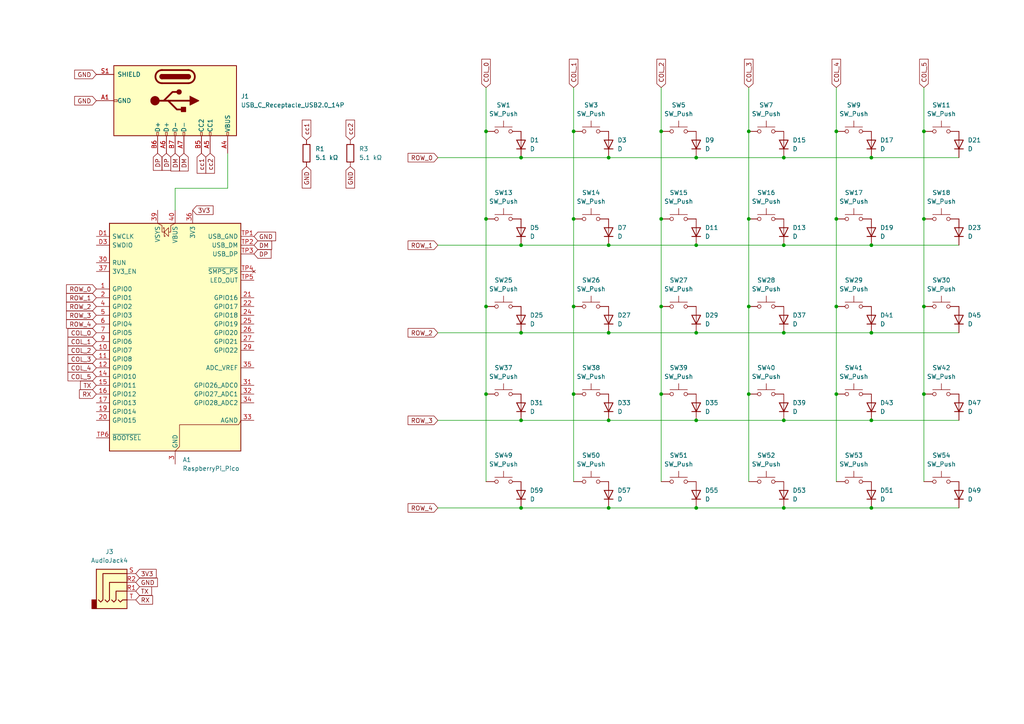
<source format=kicad_sch>
(kicad_sch (version 20250114) (generator "eeschema") (generator_version "9.0")
  (paper "A4")
  (lib_symbols
    (symbol "Connector:USB_C_Receptacle_USB2.0_14P" (pin_names (offset 1.016))
      (property "Reference" "J" (at 0 22.225 0))
      (property "Value" "USB_C_Receptacle_USB2.0_14P" (at 0 19.685 0))
      (symbol "USB_C_Receptacle_USB2.0_14P_0_0"
        (rectangle (start -0.254 -17.78) (end 0.254 -16.764))
        (rectangle (start 10.16 15.494) (end 9.144 14.986))
        (rectangle (start 10.16 10.414) (end 9.144 9.906))
        (rectangle (start 10.16 7.874) (end 9.144 7.366))
        (rectangle (start 10.16 2.794) (end 9.144 2.286))
        (rectangle (start 10.16 0.254) (end 9.144 -0.254))
        (rectangle (start 10.16 -2.286) (end 9.144 -2.794))
        (rectangle (start 10.16 -4.826) (end 9.144 -5.334))
      )
      (symbol "USB_C_Receptacle_USB2.0_14P_0_1"
        (rectangle (start -10.16 17.78) (end 10.16 -17.78) (stroke (width 0.254)) (fill (type background)))
        (polyline (pts (xy -8.89 -3.81) (xy -8.89 3.81)) (stroke (width 0.508)))
        (rectangle (start -7.62 -3.81) (end -6.35 3.81) (stroke (width 0.254)) (fill (type outline)))
        (arc (start -7.62 3.81) (mid -6.985 4.4423) (end -6.35 3.81) (stroke (width 0.254)))
        (arc (start -7.62 3.81) (mid -6.985 4.4423) (end -6.35 3.81) (stroke (width 0.254)) (fill (type outline)))
        (arc (start -8.89 3.81) (mid -6.985 5.7067) (end -5.08 3.81) (stroke (width 0.508)))
        (arc (start -5.08 -3.81) (mid -6.985 -5.7067) (end -8.89 -3.81) (stroke (width 0.508)))
        (arc (start -6.35 -3.81) (mid -6.985 -4.4423) (end -7.62 -3.81) (stroke (width 0.254)))
        (arc (start -6.35 -3.81) (mid -6.985 -4.4423) (end -7.62 -3.81) (stroke (width 0.254)) (fill (type outline)))
        (polyline (pts (xy -5.08 3.81) (xy -5.08 -3.81)) (stroke (width 0.508)))
        (circle (center -2.54 1.143) (radius 0.635) (stroke (width 0.254)) (fill (type outline)))
        (polyline (pts (xy -1.27 4.318) (xy 0 6.858) (xy 1.27 4.318) (xy -1.27 4.318)) (stroke (width 0.254)) (fill (type outline)))
        (polyline (pts (xy 0 -2.032) (xy 2.54 0.508) (xy 2.54 1.778)) (stroke (width 0.508)))
        (polyline (pts (xy 0 -3.302) (xy -2.54 -0.762) (xy -2.54 0.508)) (stroke (width 0.508)))
        (polyline (pts (xy 0 -5.842) (xy 0 4.318)) (stroke (width 0.508)))
        (circle (center 0 -5.842) (radius 1.27) (fill (type outline)))
        (rectangle (start 1.905 1.778) (end 3.175 3.048) (stroke (width 0.254)) (fill (type outline)))
      )
      (symbol "USB_C_Receptacle_USB2.0_14P_1_1"
        (pin passive line (at -7.62 -22.86 90) (length 5.08) (name "SHIELD") (number "S1"))
        (pin passive line (at 0 -22.86 90) (length 5.08) (name "GND") (number "A1"))
        (pin passive line (at 0 -22.86 90) (length 5.08) (hide yes) (name "GND") (number "A12"))
        (pin passive line (at 0 -22.86 90) (length 5.08) (hide yes) (name "GND") (number "B1"))
        (pin passive line (at 0 -22.86 90) (length 5.08) (hide yes) (name "GND") (number "B12"))
        (pin passive line (at 15.24 15.24 180) (length 5.08) (name "VBUS") (number "A4"))
        (pin passive line (at 15.24 15.24 180) (length 5.08) (hide yes) (name "VBUS") (number "A9"))
        (pin passive line (at 15.24 15.24 180) (length 5.08) (hide yes) (name "VBUS") (number "B4"))
        (pin passive line (at 15.24 15.24 180) (length 5.08) (hide yes) (name "VBUS") (number "B9"))
        (pin bidirectional line (at 15.24 10.16 180) (length 5.08) (name "CC1") (number "A5"))
        (pin bidirectional line (at 15.24 7.62 180) (length 5.08) (name "CC2") (number "B5"))
        (pin bidirectional line (at 15.24 2.54 180) (length 5.08) (name "D-") (number "A7"))
        (pin bidirectional line (at 15.24 0 180) (length 5.08) (name "D-") (number "B7"))
        (pin bidirectional line (at 15.24 -2.54 180) (length 5.08) (name "D+") (number "A6"))
        (pin bidirectional line (at 15.24 -5.08 180) (length 5.08) (name "D+") (number "B6"))
      )
    )
    (symbol "Connector_Audio:AudioJack4"
      (property "Reference" "J" (at 0 8.89 0))
      (property "Value" "AudioJack4" (at 0 6.35 0))
      (symbol "AudioJack4_0_1"
        (rectangle (start -6.35 -5.08) (end -7.62 -7.62) (stroke (width 0.254)) (fill (type outline)))
        (polyline (pts (xy -5.715 -5.08) (xy -5.08 -5.715) (xy -4.445 -5.08) (xy -4.445 2.54) (xy 2.54 2.54)) (stroke (width 0.254)))
        (polyline (pts (xy -1.905 -5.08) (xy -1.27 -5.715) (xy -0.635 -5.08) (xy -0.635 -2.54) (xy 2.54 -2.54)) (stroke (width 0.254)))
        (polyline (pts (xy 0 -5.08) (xy 0.635 -5.715) (xy 1.27 -5.08) (xy 2.54 -5.08)) (stroke (width 0.254)))
        (rectangle (start 2.54 3.81) (end -6.35 -7.62) (stroke (width 0.254)) (fill (type background)))
        (polyline (pts (xy 2.54 0) (xy -2.54 0) (xy -2.54 -5.08) (xy -3.175 -5.715) (xy -3.81 -5.08)) (stroke (width 0.254)))
      )
      (symbol "AudioJack4_1_1"
        (pin passive line (at 5.08 2.54 180) (length 2.54) (name "~") (number "S"))
        (pin passive line (at 5.08 0 180) (length 2.54) (name "~") (number "R2"))
        (pin passive line (at 5.08 -2.54 180) (length 2.54) (name "~") (number "R1"))
        (pin passive line (at 5.08 -5.08 180) (length 2.54) (name "~") (number "T"))
      )
    )
    (symbol "Device:D" (pin_numbers (hide yes)) (pin_names (offset 1.016) (hide yes))
      (property "Reference" "D" (at 0 2.54 0))
      (property "Value" "D" (at 0 -2.54 0))
      (symbol "D_0_1"
        (polyline (pts (xy -1.27 1.27) (xy -1.27 -1.27)) (stroke (width 0.254)))
        (polyline (pts (xy 1.27 1.27) (xy 1.27 -1.27) (xy -1.27 0) (xy 1.27 1.27)) (stroke (width 0.254)))
        (polyline (pts (xy 1.27 0) (xy -1.27 0)))
      )
      (symbol "D_1_1"
        (pin passive line (at -3.81 0 0) (length 2.54) (name "K") (number "1"))
        (pin passive line (at 3.81 0 180) (length 2.54) (name "A") (number "2"))
      )
    )
    (symbol "Device:R" (pin_numbers (hide yes)) (pin_names (offset 0))
      (property "Reference" "R" (at 2.032 0 90))
      (property "Value" "R" (at 0 0 90))
      (symbol "R_0_1"
        (rectangle (start -1.016 -2.54) (end 1.016 2.54) (stroke (width 0.254)))
      )
      (symbol "R_1_1"
        (pin passive line (at 0 3.81 270) (length 1.27) (name "~") (number "1"))
        (pin passive line (at 0 -3.81 90) (length 1.27) (name "~") (number "2"))
      )
    )
    (symbol "MCU_Module:RaspberryPi_Pico_Extensive" (pin_names (offset 0.762))
      (property "Reference" "A" (at -19.05 35.56 0))
      (property "Value" "RaspberryPi_Pico" (at 7.62 35.56 0))
      (symbol "RaspberryPi_Pico_Extensive_0_1"
        (rectangle (start -19.05 34.29) (end 19.05 -31.75) (stroke (width 0.254)) (fill (type background)))
        (polyline (pts (xy -5.08 34.29) (xy -3.81 33.655) (xy -3.81 31.75) (xy -3.175 31.75)))
        (polyline (pts (xy -3.429 32.766) (xy -3.429 33.02) (xy -3.175 33.02) (xy -3.175 30.48) (xy -2.921 30.48) (xy -2.921 30.734)))
        (polyline (pts (xy -3.175 31.75) (xy -1.905 33.02) (xy -1.905 30.48) (xy -3.175 31.75)))
        (polyline (pts (xy 0 34.29) (xy -1.27 33.655) (xy -1.27 31.75) (xy -1.905 31.75)))
        (polyline (pts (xy 0 -31.75) (xy 1.27 -30.48) (xy 1.27 -24.13) (xy 18.415 -24.13) (xy 19.05 -22.86)))
      )
      (symbol "RaspberryPi_Pico_Extensive_1_1"
        (pin input line (at -22.86 30.48 0) (length 3.81) (name "SWCLK") (number "D1"))
        (pin bidirectional line (at -22.86 27.94 0) (length 3.81) (name "SWDIO") (number "D3"))
        (pin passive line (at -22.86 22.86 0) (length 3.81) (name "RUN") (number "30"))
        (pin passive line (at -22.86 20.32 0) (length 3.81) (name "3V3_EN") (number "37"))
        (pin bidirectional line (at -22.86 15.24 0) (length 3.81) (name "GPIO0") (number "1"))
        (pin bidirectional line (at -22.86 12.7 0) (length 3.81) (name "GPIO1") (number "2"))
        (pin bidirectional line (at -22.86 10.16 0) (length 3.81) (name "GPIO2") (number "4"))
        (pin bidirectional line (at -22.86 7.62 0) (length 3.81) (name "GPIO3") (number "5"))
        (pin bidirectional line (at -22.86 5.08 0) (length 3.81) (name "GPIO4") (number "6"))
        (pin bidirectional line (at -22.86 2.54 0) (length 3.81) (name "GPIO5") (number "7"))
        (pin bidirectional line (at -22.86 0 0) (length 3.81) (name "GPIO6") (number "9"))
        (pin bidirectional line (at -22.86 -2.54 0) (length 3.81) (name "GPIO7") (number "10"))
        (pin bidirectional line (at -22.86 -5.08 0) (length 3.81) (name "GPIO8") (number "11"))
        (pin bidirectional line (at -22.86 -7.62 0) (length 3.81) (name "GPIO9") (number "12"))
        (pin bidirectional line (at -22.86 -10.16 0) (length 3.81) (name "GPIO10") (number "14"))
        (pin bidirectional line (at -22.86 -12.7 0) (length 3.81) (name "GPIO11") (number "15"))
        (pin bidirectional line (at -22.86 -15.24 0) (length 3.81) (name "GPIO12") (number "16"))
        (pin bidirectional line (at -22.86 -17.78 0) (length 3.81) (name "GPIO13") (number "17"))
        (pin bidirectional line (at -22.86 -20.32 0) (length 3.81) (name "GPIO14") (number "19"))
        (pin bidirectional line (at -22.86 -22.86 0) (length 3.81) (name "GPIO15") (number "20"))
        (pin input line (at -22.86 -27.94 0) (length 3.81) (name "~{BOOTSEL}") (number "TP6"))
        (pin power_in line (at -5.08 38.1 270) (length 3.81) (name "VSYS") (number "39"))
        (pin power_out line (at 0 38.1 270) (length 3.81) (name "VBUS") (number "40"))
        (pin passive line (at 0 -35.56 90) (length 3.81) (hide yes) (name "GND") (number "13"))
        (pin passive line (at 0 -35.56 90) (length 3.81) (hide yes) (name "GND") (number "18"))
        (pin passive line (at 0 -35.56 90) (length 3.81) (hide yes) (name "GND") (number "23"))
        (pin passive line (at 0 -35.56 90) (length 3.81) (hide yes) (name "GND") (number "28"))
        (pin power_out line (at 0 -35.56 90) (length 3.81) (name "GND") (number "3"))
        (pin passive line (at 0 -35.56 90) (length 3.81) (hide yes) (name "GND") (number "38"))
        (pin passive line (at 0 -35.56 90) (length 3.81) (hide yes) (name "GND") (number "8"))
        (pin passive line (at 0 -35.56 90) (length 3.81) (hide yes) (name "GND") (number "D2"))
        (pin power_out line (at 5.08 38.1 270) (length 3.81) (name "3V3") (number "36"))
        (pin power_out line (at 22.86 30.48 180) (length 3.81) (name "USB_GND") (number "TP1"))
        (pin bidirectional line (at 22.86 27.94 180) (length 3.81) (name "USB_DM") (number "TP2"))
        (pin bidirectional line (at 22.86 25.4 180) (length 3.81) (name "USB_DP") (number "TP3"))
        (pin no_connect line (at 22.86 20.32 180) (length 3.81) (name "~{SMPS_PS}") (number "TP4"))
        (pin output line (at 22.86 17.78 180) (length 3.81) (name "LED_OUT") (number "TP5"))
        (pin bidirectional line (at 22.86 12.7 180) (length 3.81) (name "GPIO16") (number "21"))
        (pin bidirectional line (at 22.86 10.16 180) (length 3.81) (name "GPIO17") (number "22"))
        (pin bidirectional line (at 22.86 7.62 180) (length 3.81) (name "GPIO18") (number "24"))
        (pin bidirectional line (at 22.86 5.08 180) (length 3.81) (name "GPIO19") (number "25"))
        (pin bidirectional line (at 22.86 2.54 180) (length 3.81) (name "GPIO20") (number "26"))
        (pin bidirectional line (at 22.86 0 180) (length 3.81) (name "GPIO21") (number "27"))
        (pin bidirectional line (at 22.86 -2.54 180) (length 3.81) (name "GPIO22") (number "29"))
        (pin power_in line (at 22.86 -7.62 180) (length 3.81) (name "ADC_VREF") (number "35"))
        (pin bidirectional line (at 22.86 -12.7 180) (length 3.81) (name "GPIO26_ADC0") (number "31"))
        (pin bidirectional line (at 22.86 -15.24 180) (length 3.81) (name "GPIO27_ADC1") (number "32"))
        (pin bidirectional line (at 22.86 -17.78 180) (length 3.81) (name "GPIO28_ADC2") (number "34"))
        (pin power_out line (at 22.86 -22.86 180) (length 3.81) (name "AGND") (number "33"))
      )
    )
    (symbol "Switch:SW_Push" (pin_numbers (hide yes)) (pin_names (offset 1.016) (hide yes))
      (property "Reference" "SW" (at 1.27 2.54 0))
      (property "Value" "SW_Push" (at 0 -1.524 0))
      (symbol "SW_Push_0_1"
        (circle (center -2.032 0) (radius 0.508))
        (polyline (pts (xy 0 1.27) (xy 0 3.048)))
        (circle (center 2.032 0) (radius 0.508))
        (polyline (pts (xy 2.54 1.27) (xy -2.54 1.27)))
        (pin passive line (at -5.08 0 0) (length 2.54) (name "1") (number "1"))
        (pin passive line (at 5.08 0 180) (length 2.54) (name "2") (number "2"))
      )
    )
  )
  (junction (at 151.13 96.52))
  (junction (at 217.17 38.1))
  (junction (at 191.77 114.3))
  (junction (at 176.53 121.92))
  (junction (at 252.73 121.92))
  (junction (at 201.93 147.32))
  (junction (at 140.97 88.9))
  (junction (at 151.13 45.72))
  (junction (at 166.37 63.5))
  (junction (at 242.57 114.3))
  (junction (at 201.93 45.72))
  (junction (at 242.57 38.1))
  (junction (at 166.37 88.9))
  (junction (at 191.77 88.9))
  (junction (at 176.53 147.32))
  (junction (at 227.33 147.32))
  (junction (at 166.37 114.3))
  (junction (at 176.53 71.12))
  (junction (at 140.97 114.3))
  (junction (at 217.17 114.3))
  (junction (at 166.37 38.1))
  (junction (at 252.73 96.52))
  (junction (at 201.93 121.92))
  (junction (at 252.73 71.12))
  (junction (at 252.73 45.72))
  (junction (at 267.97 88.9))
  (junction (at 151.13 121.92))
  (junction (at 242.57 63.5))
  (junction (at 201.93 96.52))
  (junction (at 191.77 63.5))
  (junction (at 140.97 38.1))
  (junction (at 176.53 45.72))
  (junction (at 267.97 63.5))
  (junction (at 242.57 88.9))
  (junction (at 252.73 147.32))
  (junction (at 191.77 38.1))
  (junction (at 227.33 121.92))
  (junction (at 140.97 63.5))
  (junction (at 227.33 71.12))
  (junction (at 217.17 88.9))
  (junction (at 151.13 71.12))
  (junction (at 176.53 96.52))
  (junction (at 267.97 114.3))
  (junction (at 267.97 38.1))
  (junction (at 217.17 63.5))
  (junction (at 151.13 147.32))
  (junction (at 227.33 96.52))
  (junction (at 227.33 45.72))
  (junction (at 201.93 71.12))
  (wire (pts (xy 191.77 38.1) (xy 191.77 63.5)))
  (wire (pts (xy 151.13 121.92) (xy 176.53 121.92)))
  (wire (pts (xy 176.53 71.12) (xy 201.93 71.12)))
  (wire (pts (xy 267.97 114.3) (xy 267.97 139.7)))
  (wire (pts (xy 201.93 147.32) (xy 227.33 147.32)))
  (wire (pts (xy 201.93 121.92) (xy 227.33 121.92)))
  (wire (pts (xy 252.73 45.72) (xy 278.13 45.72)))
  (wire (pts (xy 176.53 121.92) (xy 201.93 121.92)))
  (wire (pts (xy 176.53 96.52) (xy 201.93 96.52)))
  (wire (pts (xy 227.33 121.92) (xy 252.73 121.92)))
  (wire (pts (xy 127 121.92) (xy 151.13 121.92)))
  (wire (pts (xy 166.37 38.1) (xy 166.37 63.5)))
  (wire (pts (xy 191.77 25.4) (xy 191.77 38.1)))
  (wire (pts (xy 217.17 88.9) (xy 217.17 114.3)))
  (wire (pts (xy 191.77 114.3) (xy 191.77 139.7)))
  (wire (pts (xy 252.73 96.52) (xy 278.13 96.52)))
  (wire (pts (xy 217.17 114.3) (xy 217.17 139.7)))
  (wire (pts (xy 176.53 147.32) (xy 201.93 147.32)))
  (wire (pts (xy 201.93 71.12) (xy 227.33 71.12)))
  (wire (pts (xy 127 71.12) (xy 151.13 71.12)))
  (wire (pts (xy 140.97 25.4) (xy 140.97 38.1)))
  (wire (pts (xy 201.93 45.72) (xy 227.33 45.72)))
  (wire (pts (xy 242.57 114.3) (xy 242.57 139.7)))
  (wire (pts (xy 166.37 63.5) (xy 166.37 88.9)))
  (wire (pts (xy 242.57 88.9) (xy 242.57 114.3)))
  (wire (pts (xy 50.8 54.61) (xy 50.8 60.96)))
  (wire (pts (xy 252.73 121.92) (xy 278.13 121.92)))
  (wire (pts (xy 176.53 45.72) (xy 201.93 45.72)))
  (wire (pts (xy 267.97 63.5) (xy 267.97 88.9)))
  (wire (pts (xy 140.97 38.1) (xy 140.97 63.5)))
  (wire (pts (xy 242.57 63.5) (xy 242.57 88.9)))
  (wire (pts (xy 166.37 25.4) (xy 166.37 38.1)))
  (wire (pts (xy 140.97 63.5) (xy 140.97 88.9)))
  (wire (pts (xy 191.77 63.5) (xy 191.77 88.9)))
  (wire (pts (xy 252.73 71.12) (xy 278.13 71.12)))
  (wire (pts (xy 227.33 147.32) (xy 252.73 147.32)))
  (wire (pts (xy 66.04 44.45) (xy 66.04 54.61)))
  (wire (pts (xy 151.13 96.52) (xy 176.53 96.52)))
  (wire (pts (xy 217.17 38.1) (xy 217.17 63.5)))
  (wire (pts (xy 267.97 38.1) (xy 267.97 63.5)))
  (wire (pts (xy 127 45.72) (xy 151.13 45.72)))
  (wire (pts (xy 267.97 25.4) (xy 267.97 38.1)))
  (wire (pts (xy 227.33 71.12) (xy 252.73 71.12)))
  (wire (pts (xy 151.13 45.72) (xy 176.53 45.72)))
  (wire (pts (xy 66.04 54.61) (xy 50.8 54.61)))
  (wire (pts (xy 127 147.32) (xy 151.13 147.32)))
  (wire (pts (xy 151.13 147.32) (xy 176.53 147.32)))
  (wire (pts (xy 166.37 114.3) (xy 166.37 139.7)))
  (wire (pts (xy 227.33 45.72) (xy 252.73 45.72)))
  (wire (pts (xy 201.93 96.52) (xy 227.33 96.52)))
  (wire (pts (xy 242.57 38.1) (xy 242.57 63.5)))
  (wire (pts (xy 127 96.52) (xy 151.13 96.52)))
  (wire (pts (xy 267.97 88.9) (xy 267.97 114.3)))
  (wire (pts (xy 252.73 147.32) (xy 278.13 147.32)))
  (wire (pts (xy 217.17 25.4) (xy 217.17 38.1)))
  (wire (pts (xy 242.57 25.4) (xy 242.57 38.1)))
  (wire (pts (xy 227.33 96.52) (xy 252.73 96.52)))
  (wire (pts (xy 140.97 88.9) (xy 140.97 114.3)))
  (wire (pts (xy 166.37 88.9) (xy 166.37 114.3)))
  (wire (pts (xy 140.97 114.3) (xy 140.97 139.7)))
  (wire (pts (xy 151.13 71.12) (xy 176.53 71.12)))
  (wire (pts (xy 217.17 63.5) (xy 217.17 88.9)))
  (wire (pts (xy 191.77 88.9) (xy 191.77 114.3)))
  (global_label "ROW_3" (shape input) (at 27.94 91.44 180) (property "Intersheetrefs" "${INTERSHEET_REFS}" (effects (hide yes))))
  (global_label "ROW_4" (shape input) (at 127 147.32 180) (property "Intersheetrefs" "${INTERSHEET_REFS}" (effects (hide yes))))
  (global_label "COL_4" (shape input) (at 27.94 106.68 180) (property "Intersheetrefs" "${INTERSHEET_REFS}" (effects (hide yes))))
  (global_label "GND" (shape input) (at 27.94 29.21 180) (property "Intersheetrefs" "${INTERSHEET_REFS}" (effects (hide yes))))
  (global_label "DP" (shape input) (at 73.66 73.66 0) (property "Intersheetrefs" "${INTERSHEET_REFS}" (effects (hide yes))))
  (global_label "COL_5" (shape input) (at 27.94 109.22 180) (property "Intersheetrefs" "${INTERSHEET_REFS}" (effects (hide yes))))
  (global_label "COL_4" (shape input) (at 242.57 25.4 90) (property "Intersheetrefs" "${INTERSHEET_REFS}" (effects (hide yes))))
  (global_label "COL_5" (shape input) (at 267.97 25.4 90) (property "Intersheetrefs" "${INTERSHEET_REFS}" (effects (hide yes))))
  (global_label "DM" (shape input) (at 53.34 44.45 270) (property "Intersheetrefs" "${INTERSHEET_REFS}" (effects (hide yes))))
  (global_label "GND" (shape input) (at 39.37 168.91 0) (property "Intersheetrefs" "${INTERSHEET_REFS}" (effects (hide yes))))
  (global_label "COL_2" (shape input) (at 27.94 101.6 180) (property "Intersheetrefs" "${INTERSHEET_REFS}" (effects (hide yes))))
  (global_label "cc2" (shape input) (at 60.96 44.45 270) (property "Intersheetrefs" "${INTERSHEET_REFS}" (effects (hide yes))))
  (global_label "COL_3" (shape input) (at 27.94 104.14 180) (property "Intersheetrefs" "${INTERSHEET_REFS}" (effects (hide yes))))
  (global_label "COL_1" (shape input) (at 27.94 99.06 180) (property "Intersheetrefs" "${INTERSHEET_REFS}" (effects (hide yes))))
  (global_label "RX" (shape input) (at 27.94 114.3 180) (property "Intersheetrefs" "${INTERSHEET_REFS}" (effects (hide yes))))
  (global_label "ROW_0" (shape input) (at 127 45.72 180) (property "Intersheetrefs" "${INTERSHEET_REFS}" (effects (hide yes))))
  (global_label "TX" (shape input) (at 39.37 171.45 0) (property "Intersheetrefs" "${INTERSHEET_REFS}" (effects (hide yes))))
  (global_label "cc1" (shape input) (at 88.9 40.64 90) (property "Intersheetrefs" "${INTERSHEET_REFS}" (effects (hide yes))))
  (global_label "cc1" (shape input) (at 58.42 44.45 270) (property "Intersheetrefs" "${INTERSHEET_REFS}" (effects (hide yes))))
  (global_label "COL_0" (shape input) (at 27.94 96.52 180) (property "Intersheetrefs" "${INTERSHEET_REFS}" (effects (hide yes))))
  (global_label "ROW_1" (shape input) (at 127 71.12 180) (property "Intersheetrefs" "${INTERSHEET_REFS}" (effects (hide yes))))
  (global_label "3V3" (shape input) (at 39.37 166.37 0) (property "Intersheetrefs" "${INTERSHEET_REFS}" (effects (hide yes))))
  (global_label "GND" (shape input) (at 73.66 68.58 0) (property "Intersheetrefs" "${INTERSHEET_REFS}" (effects (hide yes))))
  (global_label "ROW_2" (shape input) (at 127 96.52 180) (property "Intersheetrefs" "${INTERSHEET_REFS}" (effects (hide yes))))
  (global_label "RX" (shape input) (at 39.37 173.99 0) (property "Intersheetrefs" "${INTERSHEET_REFS}" (effects (hide yes))))
  (global_label "COL_1" (shape input) (at 166.37 25.4 90) (property "Intersheetrefs" "${INTERSHEET_REFS}" (effects (hide yes))))
  (global_label "DM" (shape input) (at 50.8 44.45 270) (property "Intersheetrefs" "${INTERSHEET_REFS}" (effects (hide yes))))
  (global_label "ROW_4" (shape input) (at 27.94 93.98 180) (property "Intersheetrefs" "${INTERSHEET_REFS}" (effects (hide yes))))
  (global_label "DP" (shape input) (at 45.72 44.45 270) (property "Intersheetrefs" "${INTERSHEET_REFS}" (effects (hide yes))))
  (global_label "cc2" (shape input) (at 101.6 40.64 90) (property "Intersheetrefs" "${INTERSHEET_REFS}" (effects (hide yes))))
  (global_label "DP" (shape input) (at 48.26 44.45 270) (property "Intersheetrefs" "${INTERSHEET_REFS}" (effects (hide yes))))
  (global_label "GND" (shape input) (at 88.9 48.26 270) (property "Intersheetrefs" "${INTERSHEET_REFS}" (effects (hide yes))))
  (global_label "COL_0" (shape input) (at 140.97 25.4 90) (property "Intersheetrefs" "${INTERSHEET_REFS}" (effects (hide yes))))
  (global_label "ROW_1" (shape input) (at 27.94 86.36 180) (property "Intersheetrefs" "${INTERSHEET_REFS}" (effects (hide yes))))
  (global_label "ROW_2" (shape input) (at 27.94 88.9 180) (property "Intersheetrefs" "${INTERSHEET_REFS}" (effects (hide yes))))
  (global_label "ROW_3" (shape input) (at 127 121.92 180) (property "Intersheetrefs" "${INTERSHEET_REFS}" (effects (hide yes))))
  (global_label "DM" (shape input) (at 73.66 71.12 0) (property "Intersheetrefs" "${INTERSHEET_REFS}" (effects (hide yes))))
  (global_label "TX" (shape input) (at 27.94 111.76 180) (property "Intersheetrefs" "${INTERSHEET_REFS}" (effects (hide yes))))
  (global_label "3V3" (shape input) (at 55.88 60.96 0) (property "Intersheetrefs" "${INTERSHEET_REFS}" (effects (hide yes))))
  (global_label "COL_3" (shape input) (at 217.17 25.4 90) (property "Intersheetrefs" "${INTERSHEET_REFS}" (effects (hide yes))))
  (global_label "GND" (shape input) (at 27.94 21.59 180) (property "Intersheetrefs" "${INTERSHEET_REFS}" (effects (hide yes))))
  (global_label "COL_2" (shape input) (at 191.77 25.4 90) (property "Intersheetrefs" "${INTERSHEET_REFS}" (effects (hide yes))))
  (global_label "ROW_0" (shape input) (at 27.94 83.82 180) (property "Intersheetrefs" "${INTERSHEET_REFS}" (effects (hide yes))))
  (global_label "GND" (shape input) (at 101.6 48.26 270) (property "Intersheetrefs" "${INTERSHEET_REFS}" (effects (hide yes))))
  (symbol (lib_id "Device:D") (at 151.13 41.91 90) (unit 1)
    (property "Reference" "D1" (at 153.67 40.6399 90) (effects (justify right)))
    (property "Value" "D" (at 153.67 43.1799 90) (effects (justify right)))
    (property "Description" "Diode" (effects (hide yes)))
    (property "Sim.Device" "D" (effects (hide yes)))
    (property "Sim.Pins" "1=K 2=A" (effects (hide yes)))
    (instances (project "" (path "" (reference "D1") (unit 1)) (path "" (reference "D2") (unit 1))))
  )
  (symbol (lib_id "Switch:SW_Push") (at 171.45 63.5 0) (unit 1)
    (property "Reference" "SW14" (at 171.45 55.88 0))
    (property "Value" "SW_Push" (at 171.45 58.42 0))
    (property "Description" "Push button switch, generic, two pins" (effects (hide yes)))
    (instances (project "heidi-keyboard" (path "" (reference "SW14") (unit 1)) (path "" (reference "SW20") (unit 1))))
  )
  (symbol (lib_id "Device:D") (at 151.13 118.11 90) (unit 1)
    (property "Reference" "D31" (at 153.67 116.8399 90) (effects (justify right)))
    (property "Value" "D" (at 153.67 119.3799 90) (effects (justify right)))
    (property "Description" "Diode" (effects (hide yes)))
    (property "Sim.Device" "D" (effects (hide yes)))
    (property "Sim.Pins" "1=K 2=A" (effects (hide yes)))
    (instances (project "" (path "" (reference "D31") (unit 1)) (path "" (reference "D32") (unit 1))))
  )
  (symbol (lib_id "Device:D") (at 201.93 92.71 90) (unit 1)
    (property "Reference" "D29" (at 204.47 91.4399 90) (effects (justify right)))
    (property "Value" "D" (at 204.47 93.9799 90) (effects (justify right)))
    (property "Description" "Diode" (effects (hide yes)))
    (property "Sim.Device" "D" (effects (hide yes)))
    (property "Sim.Pins" "1=K 2=A" (effects (hide yes)))
    (instances (project "" (path "" (reference "D29") (unit 1)) (path "" (reference "D30") (unit 1))))
  )
  (symbol (lib_id "Device:D") (at 252.73 67.31 90) (unit 1)
    (property "Reference" "D19" (at 255.27 66.0399 90) (effects (justify right)))
    (property "Value" "D" (at 255.27 68.5799 90) (effects (justify right)))
    (property "Description" "Diode" (effects (hide yes)))
    (property "Sim.Device" "D" (effects (hide yes)))
    (property "Sim.Pins" "1=K 2=A" (effects (hide yes)))
    (instances (project "" (path "" (reference "D19") (unit 1)) (path "" (reference "D20") (unit 1))))
  )
  (symbol (lib_id "Switch:SW_Push") (at 247.65 114.3 0) (unit 1)
    (property "Reference" "SW41" (at 247.65 106.68 0))
    (property "Value" "SW_Push" (at 247.65 109.22 0))
    (property "Description" "Push button switch, generic, two pins" (effects (hide yes)))
    (instances (project "heidi-keyboard" (path "" (reference "SW41") (unit 1)) (path "" (reference "SW47") (unit 1))))
  )
  (symbol (lib_id "Device:D") (at 278.13 92.71 90) (unit 1)
    (property "Reference" "D45" (at 280.67 91.4399 90) (effects (justify right)))
    (property "Value" "D" (at 280.67 93.9799 90) (effects (justify right)))
    (property "Description" "Diode" (effects (hide yes)))
    (property "Sim.Device" "D" (effects (hide yes)))
    (property "Sim.Pins" "1=K 2=A" (effects (hide yes)))
    (instances (project "" (path "" (reference "D45") (unit 1)) (path "" (reference "D46") (unit 1))))
  )
  (symbol (lib_id "Device:D") (at 151.13 143.51 90) (unit 1)
    (property "Reference" "D59" (at 153.67 142.2399 90) (effects (justify right)))
    (property "Value" "D" (at 153.67 144.7799 90) (effects (justify right)))
    (property "Description" "Diode" (effects (hide yes)))
    (property "Sim.Device" "D" (effects (hide yes)))
    (property "Sim.Pins" "1=K 2=A" (effects (hide yes)))
    (instances (project "" (path "" (reference "D59") (unit 1)) (path "" (reference "D60") (unit 1))))
  )
  (symbol (lib_id "Switch:SW_Push") (at 247.65 63.5 0) (unit 1)
    (property "Reference" "SW17" (at 247.65 55.88 0))
    (property "Value" "SW_Push" (at 247.65 58.42 0))
    (property "Description" "Push button switch, generic, two pins" (effects (hide yes)))
    (instances (project "heidi-keyboard" (path "" (reference "SW17") (unit 1)) (path "" (reference "SW23") (unit 1))))
  )
  (symbol (lib_id "Switch:SW_Push") (at 273.05 139.7 0) (unit 1)
    (property "Reference" "SW54" (at 273.05 132.08 0))
    (property "Value" "SW_Push" (at 273.05 134.62 0))
    (property "Description" "Push button switch, generic, two pins" (effects (hide yes)))
    (instances (project "heidi-keyboard" (path "" (reference "SW54") (unit 1)) (path "" (reference "SW60") (unit 1))))
  )
  (symbol (lib_id "Switch:SW_Push") (at 222.25 139.7 0) (unit 1)
    (property "Reference" "SW52" (at 222.25 132.08 0))
    (property "Value" "SW_Push" (at 222.25 134.62 0))
    (property "Description" "Push button switch, generic, two pins" (effects (hide yes)))
    (instances (project "heidi-keyboard" (path "" (reference "SW52") (unit 1)) (path "" (reference "SW58") (unit 1))))
  )
  (symbol (lib_id "MCU_Module:RaspberryPi_Pico_Extensive") (at 50.8 99.06 0) (unit 1)
    (property "Reference" "A1" (at 52.9433 133.35 0) (effects (justify left)))
    (property "Value" "RaspberryPi_Pico" (at 52.9433 135.89 0) (effects (justify left)))
    (property "Footprint" "Module:RaspberryPi_Pico_SMD" (effects (hide yes)))
    (property "Datasheet" "https://datasheets.raspberrypi.com/pico/pico-datasheet.pdf" (effects (hide yes)))
    (property "Description" "Versatile and inexpensive microcontroller module (with full pinout for test point and debug connections) powered by RP2040 dual-core Arm Cortex-M0+ processor up to 133 MHz, 264kB SRAM, 2MB QSPI flash; also supports Raspberry Pi Pico 2" (effects (hide yes)))
    (instances (project "" (path "" (reference "A1") (unit 1)) (path "" (reference "A2") (unit 1))))
  )
  (symbol (lib_id "Device:D") (at 252.73 118.11 90) (unit 1)
    (property "Reference" "D43" (at 255.27 116.8399 90) (effects (justify right)))
    (property "Value" "D" (at 255.27 119.3799 90) (effects (justify right)))
    (property "Description" "Diode" (effects (hide yes)))
    (property "Sim.Device" "D" (effects (hide yes)))
    (property "Sim.Pins" "1=K 2=A" (effects (hide yes)))
    (instances (project "" (path "" (reference "D43") (unit 1)) (path "" (reference "D44") (unit 1))))
  )
  (symbol (lib_id "Device:D") (at 176.53 67.31 90) (unit 1)
    (property "Reference" "D7" (at 179.07 66.0399 90) (effects (justify right)))
    (property "Value" "D" (at 179.07 68.5799 90) (effects (justify right)))
    (property "Description" "Diode" (effects (hide yes)))
    (property "Sim.Device" "D" (effects (hide yes)))
    (property "Sim.Pins" "1=K 2=A" (effects (hide yes)))
    (instances (project "" (path "" (reference "D7") (unit 1)) (path "" (reference "D8") (unit 1))))
  )
  (symbol (lib_id "Switch:SW_Push") (at 196.85 63.5 0) (unit 1)
    (property "Reference" "SW15" (at 196.85 55.88 0))
    (property "Value" "SW_Push" (at 196.85 58.42 0))
    (property "Description" "Push button switch, generic, two pins" (effects (hide yes)))
    (instances (project "heidi-keyboard" (path "" (reference "SW15") (unit 1)) (path "" (reference "SW21") (unit 1))))
  )
  (symbol (lib_id "Device:D") (at 201.93 67.31 90) (unit 1)
    (property "Reference" "D11" (at 204.47 66.0399 90) (effects (justify right)))
    (property "Value" "D" (at 204.47 68.5799 90) (effects (justify right)))
    (property "Description" "Diode" (effects (hide yes)))
    (property "Sim.Device" "D" (effects (hide yes)))
    (property "Sim.Pins" "1=K 2=A" (effects (hide yes)))
    (instances (project "" (path "" (reference "D11") (unit 1)) (path "" (reference "D12") (unit 1))))
  )
  (symbol (lib_id "Switch:SW_Push") (at 222.25 114.3 0) (unit 1)
    (property "Reference" "SW40" (at 222.25 106.68 0))
    (property "Value" "SW_Push" (at 222.25 109.22 0))
    (property "Description" "Push button switch, generic, two pins" (effects (hide yes)))
    (instances (project "heidi-keyboard" (path "" (reference "SW40") (unit 1)) (path "" (reference "SW46") (unit 1))))
  )
  (symbol (lib_id "Device:D") (at 176.53 118.11 90) (unit 1)
    (property "Reference" "D33" (at 179.07 116.8399 90) (effects (justify right)))
    (property "Value" "D" (at 179.07 119.3799 90) (effects (justify right)))
    (property "Description" "Diode" (effects (hide yes)))
    (property "Sim.Device" "D" (effects (hide yes)))
    (property "Sim.Pins" "1=K 2=A" (effects (hide yes)))
    (instances (project "" (path "" (reference "D33") (unit 1)) (path "" (reference "D34") (unit 1))))
  )
  (symbol (lib_id "Switch:SW_Push") (at 222.25 38.1 0) (unit 1)
    (property "Reference" "SW7" (at 222.25 30.48 0))
    (property "Value" "SW_Push" (at 222.25 33.02 0))
    (property "Description" "Push button switch, generic, two pins" (effects (hide yes)))
    (instances (project "" (path "" (reference "SW7") (unit 1)) (path "" (reference "SW8") (unit 1))))
  )
  (symbol (lib_id "Switch:SW_Push") (at 171.45 88.9 0) (unit 1)
    (property "Reference" "SW26" (at 171.45 81.28 0))
    (property "Value" "SW_Push" (at 171.45 83.82 0))
    (property "Description" "Push button switch, generic, two pins" (effects (hide yes)))
    (instances (project "heidi-keyboard" (path "" (reference "SW26") (unit 1)) (path "" (reference "SW32") (unit 1))))
  )
  (symbol (lib_id "Device:D") (at 278.13 41.91 90) (unit 1)
    (property "Reference" "D21" (at 280.67 40.6399 90) (effects (justify right)))
    (property "Value" "D" (at 280.67 43.1799 90) (effects (justify right)))
    (property "Description" "Diode" (effects (hide yes)))
    (property "Sim.Device" "D" (effects (hide yes)))
    (property "Sim.Pins" "1=K 2=A" (effects (hide yes)))
    (instances (project "" (path "" (reference "D21") (unit 1)) (path "" (reference "D22") (unit 1))))
  )
  (symbol (lib_id "Device:D") (at 227.33 67.31 90) (unit 1)
    (property "Reference" "D13" (at 229.87 66.0399 90) (effects (justify right)))
    (property "Value" "D" (at 229.87 68.5799 90) (effects (justify right)))
    (property "Description" "Diode" (effects (hide yes)))
    (property "Sim.Device" "D" (effects (hide yes)))
    (property "Sim.Pins" "1=K 2=A" (effects (hide yes)))
    (instances (project "" (path "" (reference "D13") (unit 1)) (path "" (reference "D14") (unit 1))))
  )
  (symbol (lib_id "Device:D") (at 176.53 143.51 90) (unit 1)
    (property "Reference" "D57" (at 179.07 142.2399 90) (effects (justify right)))
    (property "Value" "D" (at 179.07 144.7799 90) (effects (justify right)))
    (property "Description" "Diode" (effects (hide yes)))
    (property "Sim.Device" "D" (effects (hide yes)))
    (property "Sim.Pins" "1=K 2=A" (effects (hide yes)))
    (instances (project "" (path "" (reference "D57") (unit 1)) (path "" (reference "D58") (unit 1))))
  )
  (symbol (lib_id "Switch:SW_Push") (at 171.45 139.7 0) (unit 1)
    (property "Reference" "SW50" (at 171.45 132.08 0))
    (property "Value" "SW_Push" (at 171.45 134.62 0))
    (property "Description" "Push button switch, generic, two pins" (effects (hide yes)))
    (instances (project "heidi-keyboard" (path "" (reference "SW50") (unit 1)) (path "" (reference "SW56") (unit 1))))
  )
  (symbol (lib_id "Device:D") (at 227.33 41.91 90) (unit 1)
    (property "Reference" "D15" (at 229.87 40.6399 90) (effects (justify right)))
    (property "Value" "D" (at 229.87 43.1799 90) (effects (justify right)))
    (property "Description" "Diode" (effects (hide yes)))
    (property "Sim.Device" "D" (effects (hide yes)))
    (property "Sim.Pins" "1=K 2=A" (effects (hide yes)))
    (instances (project "" (path "" (reference "D15") (unit 1)) (path "" (reference "D16") (unit 1))))
  )
  (symbol (lib_id "Switch:SW_Push") (at 171.45 38.1 0) (unit 1)
    (property "Reference" "SW3" (at 171.45 30.48 0))
    (property "Value" "SW_Push" (at 171.45 33.02 0))
    (property "Description" "Push button switch, generic, two pins" (effects (hide yes)))
    (instances (project "" (path "" (reference "SW3") (unit 1)) (path "" (reference "SW4") (unit 1))))
  )
  (symbol (lib_id "Device:D") (at 227.33 143.51 90) (unit 1)
    (property "Reference" "D53" (at 229.87 142.2399 90) (effects (justify right)))
    (property "Value" "D" (at 229.87 144.7799 90) (effects (justify right)))
    (property "Description" "Diode" (effects (hide yes)))
    (property "Sim.Device" "D" (effects (hide yes)))
    (property "Sim.Pins" "1=K 2=A" (effects (hide yes)))
    (instances (project "" (path "" (reference "D53") (unit 1)) (path "" (reference "D54") (unit 1))))
  )
  (symbol (lib_id "Device:D") (at 227.33 118.11 90) (unit 1)
    (property "Reference" "D39" (at 229.87 116.8399 90) (effects (justify right)))
    (property "Value" "D" (at 229.87 119.3799 90) (effects (justify right)))
    (property "Description" "Diode" (effects (hide yes)))
    (property "Sim.Device" "D" (effects (hide yes)))
    (property "Sim.Pins" "1=K 2=A" (effects (hide yes)))
    (instances (project "" (path "" (reference "D39") (unit 1)) (path "" (reference "D40") (unit 1))))
  )
  (symbol (lib_id "Device:R") (at 88.9 44.45 0) (unit 1)
    (property "Reference" "R1" (at 91.44 43.1799 0) (effects (justify left)))
    (property "Value" "5.1 kΩ" (at 91.44 45.7199 0) (effects (justify left)))
    (property "Description" "Resistor" (effects (hide yes)))
    (instances (project "" (path "" (reference "R1") (unit 1)) (path "" (reference "R2") (unit 1))))
  )
  (symbol (lib_id "Device:D") (at 278.13 118.11 90) (unit 1)
    (property "Reference" "D47" (at 280.67 116.8399 90) (effects (justify right)))
    (property "Value" "D" (at 280.67 119.3799 90) (effects (justify right)))
    (property "Description" "Diode" (effects (hide yes)))
    (property "Sim.Device" "D" (effects (hide yes)))
    (property "Sim.Pins" "1=K 2=A" (effects (hide yes)))
    (instances (project "" (path "" (reference "D47") (unit 1)) (path "" (reference "D48") (unit 1))))
  )
  (symbol (lib_id "Switch:SW_Push") (at 146.05 139.7 0) (unit 1)
    (property "Reference" "SW49" (at 146.05 132.08 0))
    (property "Value" "SW_Push" (at 146.05 134.62 0))
    (property "Description" "Push button switch, generic, two pins" (effects (hide yes)))
    (instances (project "heidi-keyboard" (path "" (reference "SW49") (unit 1)) (path "" (reference "SW55") (unit 1))))
  )
  (symbol (lib_id "Switch:SW_Push") (at 247.65 88.9 0) (unit 1)
    (property "Reference" "SW29" (at 247.65 81.28 0))
    (property "Value" "SW_Push" (at 247.65 83.82 0))
    (property "Description" "Push button switch, generic, two pins" (effects (hide yes)))
    (instances (project "heidi-keyboard" (path "" (reference "SW29") (unit 1)) (path "" (reference "SW35") (unit 1))))
  )
  (symbol (lib_id "Switch:SW_Push") (at 196.85 114.3 0) (unit 1)
    (property "Reference" "SW39" (at 196.85 106.68 0))
    (property "Value" "SW_Push" (at 196.85 109.22 0))
    (property "Description" "Push button switch, generic, two pins" (effects (hide yes)))
    (instances (project "heidi-keyboard" (path "" (reference "SW39") (unit 1)) (path "" (reference "SW45") (unit 1))))
  )
  (symbol (lib_id "Device:D") (at 201.93 41.91 90) (unit 1)
    (property "Reference" "D9" (at 204.47 40.6399 90) (effects (justify right)))
    (property "Value" "D" (at 204.47 43.1799 90) (effects (justify right)))
    (property "Description" "Diode" (effects (hide yes)))
    (property "Sim.Device" "D" (effects (hide yes)))
    (property "Sim.Pins" "1=K 2=A" (effects (hide yes)))
    (instances (project "" (path "" (reference "D9") (unit 1)) (path "" (reference "D10") (unit 1))))
  )
  (symbol (lib_id "Device:D") (at 227.33 92.71 90) (unit 1)
    (property "Reference" "D37" (at 229.87 91.4399 90) (effects (justify right)))
    (property "Value" "D" (at 229.87 93.9799 90) (effects (justify right)))
    (property "Description" "Diode" (effects (hide yes)))
    (property "Sim.Device" "D" (effects (hide yes)))
    (property "Sim.Pins" "1=K 2=A" (effects (hide yes)))
    (instances (project "" (path "" (reference "D37") (unit 1)) (path "" (reference "D38") (unit 1))))
  )
  (symbol (lib_id "Device:D") (at 176.53 41.91 90) (unit 1)
    (property "Reference" "D3" (at 179.07 40.6399 90) (effects (justify right)))
    (property "Value" "D" (at 179.07 43.1799 90) (effects (justify right)))
    (property "Description" "Diode" (effects (hide yes)))
    (property "Sim.Device" "D" (effects (hide yes)))
    (property "Sim.Pins" "1=K 2=A" (effects (hide yes)))
    (instances (project "" (path "" (reference "D3") (unit 1)) (path "" (reference "D4") (unit 1))))
  )
  (symbol (lib_id "Device:D") (at 201.93 118.11 90) (unit 1)
    (property "Reference" "D35" (at 204.47 116.8399 90) (effects (justify right)))
    (property "Value" "D" (at 204.47 119.3799 90) (effects (justify right)))
    (property "Description" "Diode" (effects (hide yes)))
    (property "Sim.Device" "D" (effects (hide yes)))
    (property "Sim.Pins" "1=K 2=A" (effects (hide yes)))
    (instances (project "" (path "" (reference "D35") (unit 1)) (path "" (reference "D36") (unit 1))))
  )
  (symbol (lib_id "Switch:SW_Push") (at 273.05 114.3 0) (unit 1)
    (property "Reference" "SW42" (at 273.05 106.68 0))
    (property "Value" "SW_Push" (at 273.05 109.22 0))
    (property "Description" "Push button switch, generic, two pins" (effects (hide yes)))
    (instances (project "heidi-keyboard" (path "" (reference "SW42") (unit 1)) (path "" (reference "SW48") (unit 1))))
  )
  (symbol (lib_id "Connector_Audio:AudioJack4") (at 34.29 168.91 0) (unit 1)
    (property "Reference" "J3" (at 31.75 160.02 0))
    (property "Value" "AudioJack4" (at 31.75 162.56 0))
    (property "Description" "Audio Jack, 4 Poles (TRRS)" (effects (hide yes)))
    (instances (project "" (path "" (reference "J3") (unit 1)) (path "" (reference "J4") (unit 1))))
  )
  (symbol (lib_id "Device:D") (at 252.73 92.71 90) (unit 1)
    (property "Reference" "D41" (at 255.27 91.4399 90) (effects (justify right)))
    (property "Value" "D" (at 255.27 93.9799 90) (effects (justify right)))
    (property "Description" "Diode" (effects (hide yes)))
    (property "Sim.Device" "D" (effects (hide yes)))
    (property "Sim.Pins" "1=K 2=A" (effects (hide yes)))
    (instances (project "" (path "" (reference "D41") (unit 1)) (path "" (reference "D42") (unit 1))))
  )
  (symbol (lib_id "Device:D") (at 151.13 67.31 90) (unit 1)
    (property "Reference" "D5" (at 153.67 66.0399 90) (effects (justify right)))
    (property "Value" "D" (at 153.67 68.5799 90) (effects (justify right)))
    (property "Description" "Diode" (effects (hide yes)))
    (property "Sim.Device" "D" (effects (hide yes)))
    (property "Sim.Pins" "1=K 2=A" (effects (hide yes)))
    (instances (project "" (path "" (reference "D5") (unit 1)) (path "" (reference "D6") (unit 1))))
  )
  (symbol (lib_id "Switch:SW_Push") (at 196.85 88.9 0) (unit 1)
    (property "Reference" "SW27" (at 196.85 81.28 0))
    (property "Value" "SW_Push" (at 196.85 83.82 0))
    (property "Description" "Push button switch, generic, two pins" (effects (hide yes)))
    (instances (project "heidi-keyboard" (path "" (reference "SW27") (unit 1)) (path "" (reference "SW33") (unit 1))))
  )
  (symbol (lib_id "Switch:SW_Push") (at 146.05 114.3 0) (unit 1)
    (property "Reference" "SW37" (at 146.05 106.68 0))
    (property "Value" "SW_Push" (at 146.05 109.22 0))
    (property "Description" "Push button switch, generic, two pins" (effects (hide yes)))
    (instances (project "heidi-keyboard" (path "" (reference "SW37") (unit 1)) (path "" (reference "SW43") (unit 1))))
  )
  (symbol (lib_id "Device:D") (at 151.13 92.71 90) (unit 1)
    (property "Reference" "D25" (at 153.67 91.4399 90) (effects (justify right)))
    (property "Value" "D" (at 153.67 93.9799 90) (effects (justify right)))
    (property "Description" "Diode" (effects (hide yes)))
    (property "Sim.Device" "D" (effects (hide yes)))
    (property "Sim.Pins" "1=K 2=A" (effects (hide yes)))
    (instances (project "" (path "" (reference "D25") (unit 1)) (path "" (reference "D26") (unit 1))))
  )
  (symbol (lib_id "Switch:SW_Push") (at 273.05 88.9 0) (unit 1)
    (property "Reference" "SW30" (at 273.05 81.28 0))
    (property "Value" "SW_Push" (at 273.05 83.82 0))
    (property "Description" "Push button switch, generic, two pins" (effects (hide yes)))
    (instances (project "heidi-keyboard" (path "" (reference "SW30") (unit 1)) (path "" (reference "SW36") (unit 1))))
  )
  (symbol (lib_id "Switch:SW_Push") (at 273.05 63.5 0) (unit 1)
    (property "Reference" "SW18" (at 273.05 55.88 0))
    (property "Value" "SW_Push" (at 273.05 58.42 0))
    (property "Description" "Push button switch, generic, two pins" (effects (hide yes)))
    (instances (project "heidi-keyboard" (path "" (reference "SW18") (unit 1)) (path "" (reference "SW24") (unit 1))))
  )
  (symbol (lib_id "Switch:SW_Push") (at 222.25 63.5 0) (unit 1)
    (property "Reference" "SW16" (at 222.25 55.88 0))
    (property "Value" "SW_Push" (at 222.25 58.42 0))
    (property "Description" "Push button switch, generic, two pins" (effects (hide yes)))
    (instances (project "heidi-keyboard" (path "" (reference "SW16") (unit 1)) (path "" (reference "SW22") (unit 1))))
  )
  (symbol (lib_id "Switch:SW_Push") (at 196.85 139.7 0) (unit 1)
    (property "Reference" "SW51" (at 196.85 132.08 0))
    (property "Value" "SW_Push" (at 196.85 134.62 0))
    (property "Description" "Push button switch, generic, two pins" (effects (hide yes)))
    (instances (project "heidi-keyboard" (path "" (reference "SW51") (unit 1)) (path "" (reference "SW57") (unit 1))))
  )
  (symbol (lib_id "Device:D") (at 176.53 92.71 90) (unit 1)
    (property "Reference" "D27" (at 179.07 91.4399 90) (effects (justify right)))
    (property "Value" "D" (at 179.07 93.9799 90) (effects (justify right)))
    (property "Description" "Diode" (effects (hide yes)))
    (property "Sim.Device" "D" (effects (hide yes)))
    (property "Sim.Pins" "1=K 2=A" (effects (hide yes)))
    (instances (project "" (path "" (reference "D27") (unit 1)) (path "" (reference "D28") (unit 1))))
  )
  (symbol (lib_id "Switch:SW_Push") (at 146.05 88.9 0) (unit 1)
    (property "Reference" "SW25" (at 146.05 81.28 0))
    (property "Value" "SW_Push" (at 146.05 83.82 0))
    (property "Description" "Push button switch, generic, two pins" (effects (hide yes)))
    (instances (project "heidi-keyboard" (path "" (reference "SW25") (unit 1)) (path "" (reference "SW31") (unit 1))))
  )
  (symbol (lib_id "Switch:SW_Push") (at 146.05 38.1 0) (unit 1)
    (property "Reference" "SW1" (at 146.05 30.48 0))
    (property "Value" "SW_Push" (at 146.05 33.02 0))
    (property "Description" "Push button switch, generic, two pins" (effects (hide yes)))
    (instances (project "" (path "" (reference "SW1") (unit 1)) (path "" (reference "SW2") (unit 1))))
  )
  (symbol (lib_id "Switch:SW_Push") (at 247.65 38.1 0) (unit 1)
    (property "Reference" "SW9" (at 247.65 30.48 0))
    (property "Value" "SW_Push" (at 247.65 33.02 0))
    (property "Description" "Push button switch, generic, two pins" (effects (hide yes)))
    (instances (project "" (path "" (reference "SW9") (unit 1)) (path "" (reference "SW10") (unit 1))))
  )
  (symbol (lib_id "Switch:SW_Push") (at 222.25 88.9 0) (unit 1)
    (property "Reference" "SW28" (at 222.25 81.28 0))
    (property "Value" "SW_Push" (at 222.25 83.82 0))
    (property "Description" "Push button switch, generic, two pins" (effects (hide yes)))
    (instances (project "heidi-keyboard" (path "" (reference "SW28") (unit 1)) (path "" (reference "SW34") (unit 1))))
  )
  (symbol (lib_id "Switch:SW_Push") (at 146.05 63.5 0) (unit 1)
    (property "Reference" "SW13" (at 146.05 55.88 0))
    (property "Value" "SW_Push" (at 146.05 58.42 0))
    (property "Description" "Push button switch, generic, two pins" (effects (hide yes)))
    (instances (project "heidi-keyboard" (path "" (reference "SW13") (unit 1)) (path "" (reference "SW19") (unit 1))))
  )
  (symbol (lib_id "Device:D") (at 278.13 143.51 90) (unit 1)
    (property "Reference" "D49" (at 280.67 142.2399 90) (effects (justify right)))
    (property "Value" "D" (at 280.67 144.7799 90) (effects (justify right)))
    (property "Description" "Diode" (effects (hide yes)))
    (property "Sim.Device" "D" (effects (hide yes)))
    (property "Sim.Pins" "1=K 2=A" (effects (hide yes)))
    (instances (project "" (path "" (reference "D49") (unit 1)) (path "" (reference "D50") (unit 1))))
  )
  (symbol (lib_id "Device:D") (at 252.73 41.91 90) (unit 1)
    (property "Reference" "D17" (at 255.27 40.6399 90) (effects (justify right)))
    (property "Value" "D" (at 255.27 43.1799 90) (effects (justify right)))
    (property "Description" "Diode" (effects (hide yes)))
    (property "Sim.Device" "D" (effects (hide yes)))
    (property "Sim.Pins" "1=K 2=A" (effects (hide yes)))
    (instances (project "" (path "" (reference "D17") (unit 1)) (path "" (reference "D18") (unit 1))))
  )
  (symbol (lib_id "Switch:SW_Push") (at 171.45 114.3 0) (unit 1)
    (property "Reference" "SW38" (at 171.45 106.68 0))
    (property "Value" "SW_Push" (at 171.45 109.22 0))
    (property "Description" "Push button switch, generic, two pins" (effects (hide yes)))
    (instances (project "heidi-keyboard" (path "" (reference "SW38") (unit 1)) (path "" (reference "SW44") (unit 1))))
  )
  (symbol (lib_id "Device:R") (at 101.6 44.45 0) (unit 1)
    (property "Reference" "R3" (at 104.14 43.1799 0) (effects (justify left)))
    (property "Value" "5.1 kΩ" (at 104.14 45.7199 0) (effects (justify left)))
    (property "Description" "Resistor" (effects (hide yes)))
    (instances (project "" (path "" (reference "R3") (unit 1)) (path "" (reference "R4") (unit 1))))
  )
  (symbol (lib_id "Device:D") (at 278.13 67.31 90) (unit 1)
    (property "Reference" "D23" (at 280.67 66.0399 90) (effects (justify right)))
    (property "Value" "D" (at 280.67 68.5799 90) (effects (justify right)))
    (property "Description" "Diode" (effects (hide yes)))
    (property "Sim.Device" "D" (effects (hide yes)))
    (property "Sim.Pins" "1=K 2=A" (effects (hide yes)))
    (instances (project "" (path "" (reference "D23") (unit 1)) (path "" (reference "D24") (unit 1))))
  )
  (symbol (lib_id "Device:D") (at 201.93 143.51 90) (unit 1)
    (property "Reference" "D55" (at 204.47 142.2399 90) (effects (justify right)))
    (property "Value" "D" (at 204.47 144.7799 90) (effects (justify right)))
    (property "Description" "Diode" (effects (hide yes)))
    (property "Sim.Device" "D" (effects (hide yes)))
    (property "Sim.Pins" "1=K 2=A" (effects (hide yes)))
    (instances (project "" (path "" (reference "D55") (unit 1)) (path "" (reference "D56") (unit 1))))
  )
  (symbol (lib_id "Switch:SW_Push") (at 273.05 38.1 0) (unit 1)
    (property "Reference" "SW11" (at 273.05 30.48 0))
    (property "Value" "SW_Push" (at 273.05 33.02 0))
    (property "Description" "Push button switch, generic, two pins" (effects (hide yes)))
    (instances (project "" (path "" (reference "SW11") (unit 1)) (path "" (reference "SW12") (unit 1))))
  )
  (symbol (lib_id "Switch:SW_Push") (at 196.85 38.1 0) (unit 1)
    (property "Reference" "SW5" (at 196.85 30.48 0))
    (property "Value" "SW_Push" (at 196.85 33.02 0))
    (property "Description" "Push button switch, generic, two pins" (effects (hide yes)))
    (instances (project "" (path "" (reference "SW5") (unit 1)) (path "" (reference "SW6") (unit 1))))
  )
  (symbol (lib_id "Switch:SW_Push") (at 247.65 139.7 0) (unit 1)
    (property "Reference" "SW53" (at 247.65 132.08 0))
    (property "Value" "SW_Push" (at 247.65 134.62 0))
    (property "Description" "Push button switch, generic, two pins" (effects (hide yes)))
    (instances (project "heidi-keyboard" (path "" (reference "SW53") (unit 1)) (path "" (reference "SW59") (unit 1))))
  )
  (symbol (lib_id "Connector:USB_C_Receptacle_USB2.0_14P") (at 50.8 29.21 270) (unit 1)
    (property "Reference" "J1" (at 69.85 27.9399 90) (effects (justify left)))
    (property "Value" "USB_C_Receptacle_USB2.0_14P" (at 69.85 30.4799 90) (effects (justify left)))
    (property "Datasheet" "https://www.usb.org/sites/default/files/documents/usb_type-c.zip" (effects (hide yes)))
    (property "Description" "USB 2.0-only 14P Type-C Receptacle connector" (effects (hide yes)))
    (instances (project "" (path "" (reference "J1") (unit 1)) (path "" (reference "J2") (unit 1))))
  )
  (symbol (lib_id "Device:D") (at 252.73 143.51 90) (unit 1)
    (property "Reference" "D51" (at 255.27 142.2399 90) (effects (justify right)))
    (property "Value" "D" (at 255.27 144.7799 90) (effects (justify right)))
    (property "Description" "Diode" (effects (hide yes)))
    (property "Sim.Device" "D" (effects (hide yes)))
    (property "Sim.Pins" "1=K 2=A" (effects (hide yes)))
    (instances (project "" (path "" (reference "D51") (unit 1)) (path "" (reference "D52") (unit 1))))
  )
)
</source>
